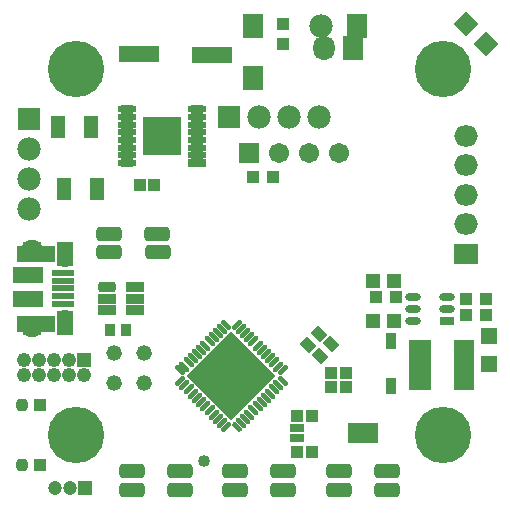
<source format=gts>
G04 Layer_Color=8388736*
%FSLAX25Y25*%
%MOIN*%
G70*
G01*
G75*
%ADD75C,0.04000*%
%ADD97R,0.07493X0.16548*%
%ADD98R,0.07099X0.16548*%
%ADD99R,0.03800X0.05800*%
%ADD100R,0.04300X0.04300*%
%ADD101R,0.03950X0.04147*%
G04:AMPARAMS|DCode=102|XSize=43.43mil|YSize=37.53mil|CornerRadius=0mil|HoleSize=0mil|Usage=FLASHONLY|Rotation=135.000|XOffset=0mil|YOffset=0mil|HoleType=Round|Shape=Rectangle|*
%AMROTATEDRECTD102*
4,1,4,0.02862,-0.00209,0.00209,-0.02862,-0.02862,0.00209,-0.00209,0.02862,0.02862,-0.00209,0.0*
%
%ADD102ROTATEDRECTD102*%

%ADD103R,0.10249X0.06706*%
%ADD104R,0.05131X0.03162*%
%ADD105R,0.04737X0.07493*%
%ADD106R,0.06800X0.08300*%
G04:AMPARAMS|DCode=107|XSize=86.74mil|YSize=47.37mil|CornerRadius=13.84mil|HoleSize=0mil|Usage=FLASHONLY|Rotation=180.000|XOffset=0mil|YOffset=0mil|HoleType=Round|Shape=RoundedRectangle|*
%AMROUNDEDRECTD107*
21,1,0.08674,0.01969,0,0,180.0*
21,1,0.05906,0.04737,0,0,180.0*
1,1,0.02769,-0.02953,0.00984*
1,1,0.02769,0.02953,0.00984*
1,1,0.02769,0.02953,-0.00984*
1,1,0.02769,-0.02953,-0.00984*
%
%ADD107ROUNDEDRECTD107*%
%ADD108R,0.13300X0.05300*%
%ADD109R,0.05524X0.07887*%
%ADD110R,0.13005X0.05524*%
%ADD111R,0.10249X0.05524*%
%ADD112R,0.07690X0.02375*%
G04:AMPARAMS|DCode=113|XSize=17.84mil|YSize=41.47mil|CornerRadius=6.46mil|HoleSize=0mil|Usage=FLASHONLY|Rotation=225.000|XOffset=0mil|YOffset=0mil|HoleType=Round|Shape=RoundedRectangle|*
%AMROUNDEDRECTD113*
21,1,0.01784,0.02854,0,0,225.0*
21,1,0.00492,0.04147,0,0,225.0*
1,1,0.01292,-0.01183,0.00835*
1,1,0.01292,-0.00835,0.01183*
1,1,0.01292,0.01183,-0.00835*
1,1,0.01292,0.00835,-0.01183*
%
%ADD113ROUNDEDRECTD113*%
G04:AMPARAMS|DCode=114|XSize=17.84mil|YSize=43.43mil|CornerRadius=0mil|HoleSize=0mil|Usage=FLASHONLY|Rotation=225.000|XOffset=0mil|YOffset=0mil|HoleType=Round|Shape=Round|*
%AMOVALD114*
21,1,0.02559,0.01784,0.00000,0.00000,315.0*
1,1,0.01784,-0.00905,0.00905*
1,1,0.01784,0.00905,-0.00905*
%
%ADD114OVALD114*%

G04:AMPARAMS|DCode=115|XSize=17.84mil|YSize=41.47mil|CornerRadius=0mil|HoleSize=0mil|Usage=FLASHONLY|Rotation=225.000|XOffset=0mil|YOffset=0mil|HoleType=Round|Shape=Round|*
%AMOVALD115*
21,1,0.02362,0.01784,0.00000,0.00000,315.0*
1,1,0.01784,-0.00835,0.00835*
1,1,0.01784,0.00835,-0.00835*
%
%ADD115OVALD115*%

G04:AMPARAMS|DCode=116|XSize=17.84mil|YSize=41.47mil|CornerRadius=0mil|HoleSize=0mil|Usage=FLASHONLY|Rotation=135.000|XOffset=0mil|YOffset=0mil|HoleType=Round|Shape=Round|*
%AMOVALD116*
21,1,0.02362,0.01784,0.00000,0.00000,225.0*
1,1,0.01784,0.00835,0.00835*
1,1,0.01784,-0.00835,-0.00835*
%
%ADD116OVALD116*%

G04:AMPARAMS|DCode=117|XSize=17.84mil|YSize=43.43mil|CornerRadius=0mil|HoleSize=0mil|Usage=FLASHONLY|Rotation=135.000|XOffset=0mil|YOffset=0mil|HoleType=Round|Shape=Round|*
%AMOVALD117*
21,1,0.02559,0.01784,0.00000,0.00000,225.0*
1,1,0.01784,0.00905,0.00905*
1,1,0.01784,-0.00905,-0.00905*
%
%ADD117OVALD117*%

%ADD118P,0.29805X4X180.0*%
%ADD119R,0.05918X0.03556*%
G04:AMPARAMS|DCode=120|XSize=35.56mil|YSize=59.18mil|CornerRadius=10.89mil|HoleSize=0mil|Usage=FLASHONLY|Rotation=90.000|XOffset=0mil|YOffset=0mil|HoleType=Round|Shape=RoundedRectangle|*
%AMROUNDEDRECTD120*
21,1,0.03556,0.03740,0,0,90.0*
21,1,0.01378,0.05918,0,0,90.0*
1,1,0.02178,0.01870,0.00689*
1,1,0.02178,0.01870,-0.00689*
1,1,0.02178,-0.01870,-0.00689*
1,1,0.02178,-0.01870,0.00689*
%
%ADD120ROUNDEDRECTD120*%
%ADD121R,0.03950X0.03950*%
G04:AMPARAMS|DCode=122|XSize=39.5mil|YSize=39.5mil|CornerRadius=11.87mil|HoleSize=0mil|Usage=FLASHONLY|Rotation=90.000|XOffset=0mil|YOffset=0mil|HoleType=Round|Shape=RoundedRectangle|*
%AMROUNDEDRECTD122*
21,1,0.03950,0.01575,0,0,90.0*
21,1,0.01575,0.03950,0,0,90.0*
1,1,0.02375,0.00787,0.00787*
1,1,0.02375,0.00787,-0.00787*
1,1,0.02375,-0.00787,-0.00787*
1,1,0.02375,-0.00787,0.00787*
%
%ADD122ROUNDEDRECTD122*%
%ADD123R,0.04147X0.03950*%
%ADD124R,0.06312X0.02572*%
%ADD125O,0.06312X0.02572*%
%ADD126R,0.12611X0.12611*%
%ADD127P,0.08202X4X180.0*%
%ADD128O,0.05131X0.02800*%
%ADD129R,0.05131X0.02800*%
%ADD130R,0.05800X0.05800*%
%ADD131R,0.04800X0.04800*%
%ADD132R,0.03753X0.04343*%
%ADD133R,0.04300X0.04300*%
%ADD134C,0.06706*%
%ADD135R,0.06706X0.06706*%
%ADD136O,0.07887X0.07099*%
%ADD137R,0.07887X0.07099*%
%ADD138C,0.05200*%
%ADD139C,0.18800*%
%ADD140O,0.06902X0.04343*%
%ADD141O,0.04540X0.05721*%
%ADD142R,0.07800X0.07800*%
%ADD143C,0.07800*%
%ADD144R,0.07800X0.07800*%
%ADD145R,0.04737X0.04737*%
%ADD146C,0.04737*%
%ADD147R,0.04800X0.04800*%
%ADD148C,0.04800*%
%ADD149O,0.07099X0.08300*%
%ADD150R,0.07099X0.08300*%
%ADD151C,0.07800*%
%ADD152R,0.06800X0.08300*%
D75*
X42611Y-8389D02*
D03*
D97*
X114669Y23646D02*
D03*
D98*
X129236D02*
D03*
D99*
X105000Y31500D02*
D03*
Y16500D02*
D03*
D100*
X65600Y86000D02*
D03*
X59000D02*
D03*
X106500Y46000D02*
D03*
X99900D02*
D03*
X136500Y45500D02*
D03*
X129900D02*
D03*
X136500Y40000D02*
D03*
X129900D02*
D03*
D101*
X90000Y16039D02*
D03*
Y20961D02*
D03*
X85000Y16039D02*
D03*
Y20961D02*
D03*
D102*
X84879Y30379D02*
D03*
X81121Y26621D02*
D03*
X80879Y33879D02*
D03*
X77121Y30121D02*
D03*
D103*
X95350Y772D02*
D03*
D104*
X73500Y2543D02*
D03*
Y-1000D02*
D03*
D105*
X4812Y102800D02*
D03*
X-6212D02*
D03*
X6912Y82100D02*
D03*
X-4112D02*
D03*
D106*
X59000Y119000D02*
D03*
Y136600D02*
D03*
D107*
X87500Y-18299D02*
D03*
X103500D02*
D03*
X87358Y-12000D02*
D03*
X103500D02*
D03*
X27000Y67299D02*
D03*
X11000D02*
D03*
X27142Y61000D02*
D03*
X11000D02*
D03*
X34500Y-12000D02*
D03*
X18358D02*
D03*
X34500Y-18299D02*
D03*
X18500D02*
D03*
X69000Y-12000D02*
D03*
X52858D02*
D03*
X69000Y-18299D02*
D03*
X53000D02*
D03*
D108*
X45300Y126943D02*
D03*
X20900Y127000D02*
D03*
D109*
X-3687Y60443D02*
D03*
X-3800Y37600D02*
D03*
D110*
X-13400Y60500D02*
D03*
Y37200D02*
D03*
D111*
X-16311Y45457D02*
D03*
Y53331D02*
D03*
D112*
X-4500Y46441D02*
D03*
Y43882D02*
D03*
Y49000D02*
D03*
Y51559D02*
D03*
Y54118D02*
D03*
D113*
X53465Y2735D02*
D03*
D114*
X54788Y4197D02*
D03*
X56180Y5589D02*
D03*
X57572Y6981D02*
D03*
X58964Y8372D02*
D03*
X60356Y9764D02*
D03*
X61748Y11156D02*
D03*
X63140Y12548D02*
D03*
X64531Y13940D02*
D03*
X65923Y15332D02*
D03*
X67315Y16724D02*
D03*
X48524Y35515D02*
D03*
X47132Y34123D02*
D03*
X45740Y32731D02*
D03*
X44348Y31340D02*
D03*
X42956Y29948D02*
D03*
X41564Y28556D02*
D03*
X40172Y27164D02*
D03*
X38781Y25772D02*
D03*
X37389Y24380D02*
D03*
X35997Y22988D02*
D03*
D115*
X68777Y18047D02*
D03*
X49847Y36977D02*
D03*
X34535Y21665D02*
D03*
D116*
X68777D02*
D03*
X53465Y36977D02*
D03*
X34535Y18047D02*
D03*
X49847Y2735D02*
D03*
D117*
X67315Y22988D02*
D03*
X65923Y24380D02*
D03*
X64531Y25772D02*
D03*
X63140Y27164D02*
D03*
X61748Y28556D02*
D03*
X60356Y29948D02*
D03*
X58964Y31340D02*
D03*
X57572Y32731D02*
D03*
X56180Y34123D02*
D03*
X54788Y35515D02*
D03*
X35997Y16724D02*
D03*
X37389Y15332D02*
D03*
X38781Y13940D02*
D03*
X40172Y12548D02*
D03*
X41564Y11156D02*
D03*
X42956Y9764D02*
D03*
X44348Y8372D02*
D03*
X45740Y6981D02*
D03*
X47132Y5589D02*
D03*
X48524Y4197D02*
D03*
D118*
X51656Y19856D02*
D03*
D119*
X19624Y49340D02*
D03*
Y45600D02*
D03*
Y41860D02*
D03*
X10176D02*
D03*
Y45600D02*
D03*
D120*
Y49340D02*
D03*
D121*
X-12094Y-10000D02*
D03*
X-12094Y10000D02*
D03*
D122*
X-18000Y-10000D02*
D03*
X-18000Y10000D02*
D03*
D123*
X73539Y6500D02*
D03*
X78461D02*
D03*
X73539Y-5500D02*
D03*
X78461D02*
D03*
X21039Y83500D02*
D03*
X25961D02*
D03*
D124*
X40214Y90843D02*
D03*
D125*
Y93402D02*
D03*
Y95962D02*
D03*
Y98521D02*
D03*
Y101080D02*
D03*
Y103639D02*
D03*
Y106198D02*
D03*
Y108757D02*
D03*
X16986Y90843D02*
D03*
Y93402D02*
D03*
Y95962D02*
D03*
Y98521D02*
D03*
Y101080D02*
D03*
Y103639D02*
D03*
Y106198D02*
D03*
Y108757D02*
D03*
D126*
X28600Y99800D02*
D03*
D127*
X129995Y137005D02*
D03*
X136500Y130500D02*
D03*
D128*
X112287Y38000D02*
D03*
Y42000D02*
D03*
Y46000D02*
D03*
X123500D02*
D03*
Y42000D02*
D03*
D129*
Y38000D02*
D03*
D130*
X137500Y23800D02*
D03*
Y33000D02*
D03*
D131*
X106000Y38000D02*
D03*
X99000D02*
D03*
Y51500D02*
D03*
X106000D02*
D03*
D132*
X16657Y35000D02*
D03*
X11343D02*
D03*
D133*
X69000Y130500D02*
D03*
Y137100D02*
D03*
D134*
X87500Y94000D02*
D03*
X77500D02*
D03*
X67500D02*
D03*
D135*
X57500D02*
D03*
D136*
X130000Y99870D02*
D03*
Y90028D02*
D03*
Y80185D02*
D03*
Y70342D02*
D03*
D137*
Y60500D02*
D03*
D138*
X12500Y17500D02*
D03*
Y27500D02*
D03*
X22500Y17500D02*
D03*
Y27500D02*
D03*
D139*
X0Y122047D02*
D03*
X122047D02*
D03*
Y0D02*
D03*
X0D02*
D03*
D140*
X-14736Y62780D02*
D03*
Y35220D02*
D03*
D141*
X-3713Y58843D02*
D03*
Y39157D02*
D03*
D142*
X51000Y106000D02*
D03*
D143*
X61000D02*
D03*
X71000D02*
D03*
X81000D02*
D03*
X-15700Y95600D02*
D03*
Y85600D02*
D03*
Y75600D02*
D03*
D144*
Y105600D02*
D03*
D145*
X3000Y-17500D02*
D03*
D146*
X-2000D02*
D03*
X-7000D02*
D03*
D147*
X2500Y25000D02*
D03*
D148*
Y20000D02*
D03*
X-2500Y25000D02*
D03*
Y20000D02*
D03*
X-7500Y25000D02*
D03*
Y20000D02*
D03*
X-12500Y25000D02*
D03*
Y20000D02*
D03*
X-17500Y25000D02*
D03*
Y20000D02*
D03*
D149*
X82500Y129000D02*
D03*
D150*
X92343D02*
D03*
D151*
X81500Y136500D02*
D03*
D152*
X93500D02*
D03*
M02*

</source>
